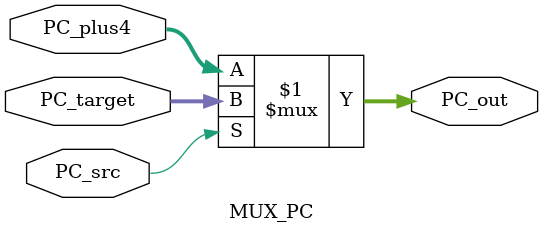
<source format=v>
module MUX_PC(
	input		PC_src,
	input	[31:0]	PC_plus4,
	input	[31:0]	PC_target,
	output	[31:0]	PC_out
);

assign PC_out = PC_src ? PC_target : PC_plus4;

endmodule

</source>
